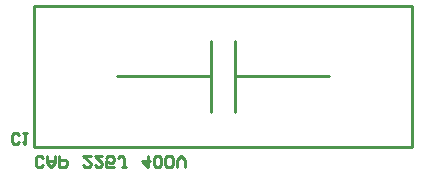
<source format=gbo>
G04*
G04 #@! TF.GenerationSoftware,Altium Limited,Altium Designer,22.10.1 (41)*
G04*
G04 Layer_Color=32896*
%FSLAX44Y44*%
%MOMM*%
G71*
G04*
G04 #@! TF.SameCoordinates,B602C00A-04D7-4507-9B25-3B951254DDD7*
G04*
G04*
G04 #@! TF.FilePolarity,Positive*
G04*
G01*
G75*
%ADD10C,0.2540*%
D10*
X479600Y44000D02*
Y164000D01*
X159600Y44000D02*
X479600D01*
X159600D02*
Y164000D01*
X479600D01*
X329600Y104000D02*
X409600D01*
X229600D02*
X309600D01*
Y84000D02*
Y134000D01*
Y74000D02*
Y84000D01*
X329600Y74000D02*
Y104000D01*
Y134000D01*
X167551Y28668D02*
X165885Y27002D01*
X162553D01*
X160887Y28668D01*
Y35332D01*
X162553Y36998D01*
X165885D01*
X167551Y35332D01*
X170884Y36998D02*
Y30334D01*
X174216Y27002D01*
X177548Y30334D01*
Y36998D01*
Y32000D01*
X170884D01*
X180881Y36998D02*
Y27002D01*
X185879D01*
X187545Y28668D01*
Y32000D01*
X185879Y33666D01*
X180881D01*
X207539Y36998D02*
X200874D01*
X207539Y30334D01*
Y28668D01*
X205872Y27002D01*
X202540D01*
X200874Y28668D01*
X217535Y36998D02*
X210871D01*
X217535Y30334D01*
Y28668D01*
X215869Y27002D01*
X212537D01*
X210871Y28668D01*
X227532Y27002D02*
X220868D01*
Y32000D01*
X224200Y30334D01*
X225866D01*
X227532Y32000D01*
Y35332D01*
X225866Y36998D01*
X222534D01*
X220868Y35332D01*
X237529Y27002D02*
X234197D01*
X235863D01*
Y35332D01*
X234197Y36998D01*
X232531D01*
X230865Y35332D01*
X255856Y36998D02*
Y27002D01*
X250858Y32000D01*
X257523D01*
X260855Y28668D02*
X262521Y27002D01*
X265853D01*
X267519Y28668D01*
Y35332D01*
X265853Y36998D01*
X262521D01*
X260855Y35332D01*
Y28668D01*
X270852D02*
X272518Y27002D01*
X275850D01*
X277516Y28668D01*
Y35332D01*
X275850Y36998D01*
X272518D01*
X270852Y35332D01*
Y28668D01*
X280848Y27002D02*
Y33666D01*
X284181Y36998D01*
X287513Y33666D01*
Y27002D01*
X147300Y48068D02*
X145634Y46402D01*
X142302D01*
X140635Y48068D01*
Y54732D01*
X142302Y56398D01*
X145634D01*
X147300Y54732D01*
X150632Y56398D02*
X153965D01*
X152298D01*
Y46402D01*
X150632Y48068D01*
M02*

</source>
